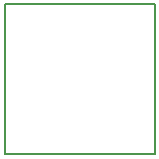
<source format=gko>
G04 DipTrace 2.4.0.2*
%INECGADCBufferAry.gko*%
%MOIN*%
%ADD11C,0.0055*%
%FSLAX44Y44*%
G04*
G70*
G90*
G75*
G01*
%LNBoardOutline*%
%LPD*%
X3937Y3937D2*
D11*
X8937D1*
Y8937D1*
X3937D1*
Y3937D1*
M02*

</source>
